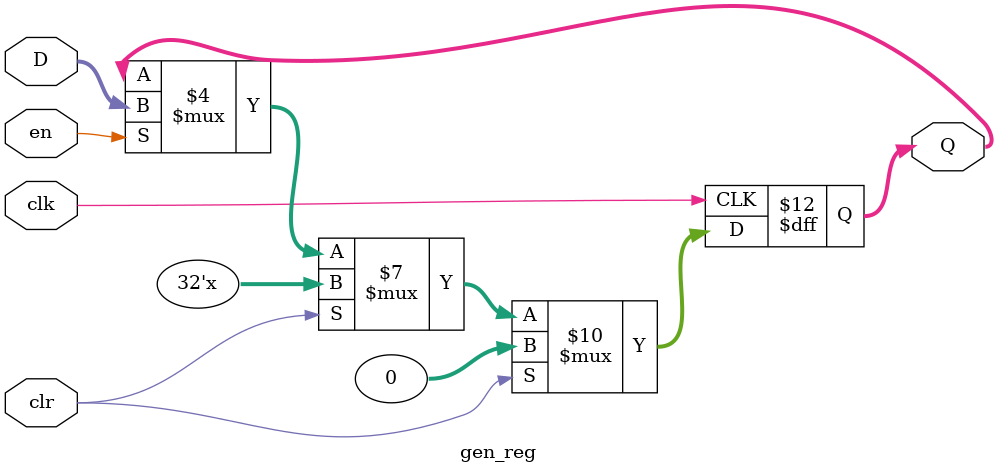
<source format=v>
module gen_reg #(parameter VAL = 0)(
	output reg [31:0] Q,
	input [31:0] D,
	input en, clr, clk
);
	initial Q = VAL;
	
	always @(posedge clk)
	begin
		if(clr)
			Q = 0;
		else if(en)
			Q = D;
		end
endmodule //gen_reg

</source>
